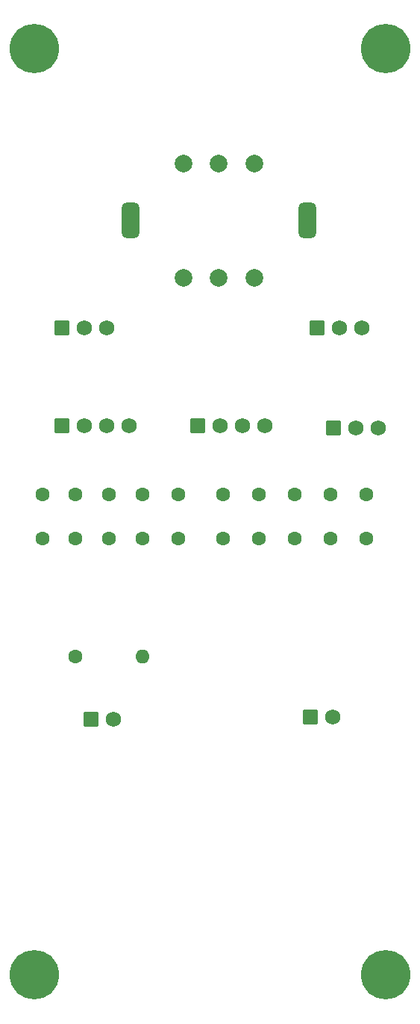
<source format=gbr>
%TF.GenerationSoftware,KiCad,Pcbnew,(6.0.7)*%
%TF.CreationDate,2023-02-23T21:55:11-05:00*%
%TF.ProjectId,PASS_TONE_CTRL,50415353-5f54-44f4-9e45-5f4354524c2e,rev?*%
%TF.SameCoordinates,Original*%
%TF.FileFunction,Soldermask,Top*%
%TF.FilePolarity,Negative*%
%FSLAX46Y46*%
G04 Gerber Fmt 4.6, Leading zero omitted, Abs format (unit mm)*
G04 Created by KiCad (PCBNEW (6.0.7)) date 2023-02-23 21:55:11*
%MOMM*%
%LPD*%
G01*
G04 APERTURE LIST*
G04 Aperture macros list*
%AMRoundRect*
0 Rectangle with rounded corners*
0 $1 Rounding radius*
0 $2 $3 $4 $5 $6 $7 $8 $9 X,Y pos of 4 corners*
0 Add a 4 corners polygon primitive as box body*
4,1,4,$2,$3,$4,$5,$6,$7,$8,$9,$2,$3,0*
0 Add four circle primitives for the rounded corners*
1,1,$1+$1,$2,$3*
1,1,$1+$1,$4,$5*
1,1,$1+$1,$6,$7*
1,1,$1+$1,$8,$9*
0 Add four rect primitives between the rounded corners*
20,1,$1+$1,$2,$3,$4,$5,0*
20,1,$1+$1,$4,$5,$6,$7,0*
20,1,$1+$1,$6,$7,$8,$9,0*
20,1,$1+$1,$8,$9,$2,$3,0*%
G04 Aperture macros list end*
%ADD10C,5.600000*%
%ADD11RoundRect,0.250000X-0.620000X-0.620000X0.620000X-0.620000X0.620000X0.620000X-0.620000X0.620000X0*%
%ADD12C,1.740000*%
%ADD13C,1.600000*%
%ADD14O,1.600000X1.600000*%
%ADD15C,2.000000*%
%ADD16RoundRect,0.500000X0.500000X1.500000X-0.500000X1.500000X-0.500000X-1.500000X0.500000X-1.500000X0*%
G04 APERTURE END LIST*
D10*
%TO.C,H2*%
X144920000Y-43500000D03*
%TD*%
D11*
%TO.C,R6*%
X137160000Y-75184000D03*
D12*
X139700000Y-75184000D03*
X142240000Y-75184000D03*
%TD*%
D11*
%TO.C,J5*%
X108204000Y-75184000D03*
D12*
X110744000Y-75184000D03*
X113284000Y-75184000D03*
%TD*%
D13*
%TO.C,C8*%
X134620000Y-99060000D03*
X134620000Y-94060000D03*
%TD*%
%TO.C,C7*%
X130556000Y-99060000D03*
X130556000Y-94060000D03*
%TD*%
%TO.C,C10*%
X142748000Y-99060000D03*
X142748000Y-94060000D03*
%TD*%
D11*
%TO.C,J1*%
X111506000Y-119504000D03*
D12*
X114046000Y-119504000D03*
%TD*%
D13*
%TO.C,R1*%
X109728000Y-112380000D03*
D14*
X117348000Y-112380000D03*
%TD*%
D13*
%TO.C,C1*%
X106000000Y-94000000D03*
X106000000Y-99000000D03*
%TD*%
D15*
%TO.C,AUDIO TRANSFORMER*%
X129984000Y-56492000D03*
X125984000Y-56492000D03*
X121984000Y-56492000D03*
X121984000Y-69492000D03*
X125984000Y-69492000D03*
X129984000Y-69492000D03*
D16*
X115984000Y-62992000D03*
X135984000Y-62992000D03*
%TD*%
D11*
%TO.C,J2*%
X108203000Y-86250000D03*
D12*
X110743000Y-86250000D03*
X113283000Y-86250000D03*
X115823000Y-86250000D03*
%TD*%
D11*
%TO.C,J4*%
X138960000Y-86500000D03*
D12*
X141500000Y-86500000D03*
X144040000Y-86500000D03*
%TD*%
D13*
%TO.C,C5*%
X121412000Y-99060000D03*
X121412000Y-94060000D03*
%TD*%
%TO.C,C4*%
X117348000Y-99060000D03*
X117348000Y-94060000D03*
%TD*%
%TO.C,C6*%
X126492000Y-99060000D03*
X126492000Y-94060000D03*
%TD*%
%TO.C,C3*%
X113538000Y-99020000D03*
X113538000Y-94020000D03*
%TD*%
D11*
%TO.C,J6*%
X136398000Y-119250000D03*
D12*
X138938000Y-119250000D03*
%TD*%
D13*
%TO.C,C9*%
X138684000Y-99060000D03*
X138684000Y-94060000D03*
%TD*%
D10*
%TO.C,H4*%
X144920000Y-148500000D03*
%TD*%
%TO.C,H1*%
X105080000Y-43500000D03*
%TD*%
D13*
%TO.C,C2*%
X109728000Y-94020000D03*
X109728000Y-99020000D03*
%TD*%
D11*
%TO.C,J3*%
X123570000Y-86250000D03*
D12*
X126110000Y-86250000D03*
X128650000Y-86250000D03*
X131190000Y-86250000D03*
%TD*%
D10*
%TO.C,H3*%
X105080000Y-148500000D03*
%TD*%
M02*

</source>
